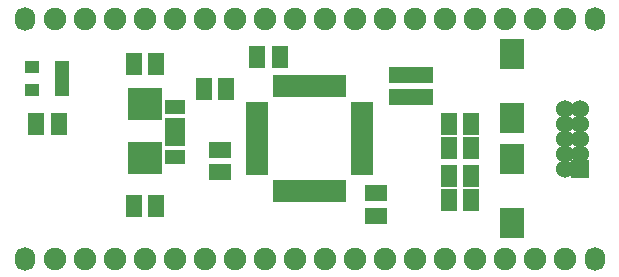
<source format=gts>
G04 (created by PCBNEW-RS274X (2012-01-19 BZR 3256)-stable) date 24/08/2012 17:37:12*
G01*
G70*
G90*
%MOIN*%
G04 Gerber Fmt 3.4, Leading zero omitted, Abs format*
%FSLAX34Y34*%
G04 APERTURE LIST*
%ADD10C,0.006000*%
%ADD11R,0.114500X0.106600*%
%ADD12R,0.083000X0.098700*%
%ADD13R,0.050000X0.040000*%
%ADD14R,0.055000X0.075000*%
%ADD15R,0.075000X0.055000*%
%ADD16R,0.065000X0.045000*%
%ADD17C,0.075000*%
%ADD18O,0.067200X0.079100*%
%ADD19R,0.075000X0.030500*%
%ADD20R,0.030500X0.075000*%
%ADD21R,0.060000X0.060000*%
%ADD22C,0.060000*%
G04 APERTURE END LIST*
G54D10*
G54D11*
X04343Y05656D03*
X04343Y03844D03*
G54D12*
X16593Y05187D03*
X16593Y07313D03*
X16593Y03813D03*
X16593Y01687D03*
G54D13*
X01593Y06125D03*
X01593Y06875D03*
X00593Y06125D03*
X01593Y06500D03*
X00593Y06875D03*
G54D14*
X00718Y05000D03*
X01468Y05000D03*
G54D15*
X12843Y06625D03*
X12843Y05875D03*
X13583Y06625D03*
X13583Y05875D03*
X12043Y02675D03*
X12043Y01925D03*
X06843Y03375D03*
X06843Y04125D03*
G54D14*
X07058Y06140D03*
X06308Y06140D03*
X08098Y07210D03*
X08848Y07210D03*
X14468Y03250D03*
X15218Y03250D03*
X15218Y02450D03*
X14468Y02450D03*
X04718Y07000D03*
X03968Y07000D03*
X04718Y02250D03*
X03968Y02250D03*
G54D16*
X05343Y04950D03*
X05343Y05550D03*
X05343Y04500D03*
X05343Y03900D03*
G54D17*
X04343Y00500D03*
X09343Y08500D03*
X08343Y08500D03*
X06343Y08500D03*
X05343Y08500D03*
X12343Y00500D03*
X13343Y00500D03*
X14343Y00500D03*
X15343Y00500D03*
X16343Y00500D03*
X17343Y00500D03*
X10343Y08500D03*
X03343Y00500D03*
X02343Y00500D03*
X01343Y00500D03*
X02343Y08500D03*
X03343Y08500D03*
G54D18*
X00343Y00500D03*
G54D17*
X13343Y08500D03*
X06343Y00500D03*
X07343Y00500D03*
X08343Y00500D03*
X18343Y00500D03*
G54D18*
X19343Y08500D03*
G54D17*
X18343Y08500D03*
X17343Y08500D03*
X16343Y08500D03*
X15343Y08500D03*
X14343Y08500D03*
X05343Y00500D03*
G54D18*
X19343Y00500D03*
X00343Y08500D03*
G54D17*
X04343Y08500D03*
X07343Y08500D03*
X09343Y00500D03*
X10343Y00500D03*
X11343Y00500D03*
X12343Y08500D03*
X11343Y08500D03*
G54D19*
X08093Y05584D03*
G54D20*
X08759Y02750D03*
G54D19*
X11593Y03416D03*
G54D20*
X10927Y06250D03*
G54D19*
X08093Y05387D03*
G54D20*
X08956Y02750D03*
G54D19*
X11593Y03613D03*
G54D20*
X10730Y06250D03*
G54D19*
X08093Y05190D03*
G54D20*
X09153Y02750D03*
G54D19*
X11593Y03810D03*
G54D20*
X10533Y06250D03*
G54D19*
X08093Y04993D03*
G54D20*
X09350Y02750D03*
G54D19*
X11593Y04007D03*
G54D20*
X10336Y06250D03*
G54D19*
X08093Y04796D03*
G54D20*
X09547Y02750D03*
G54D19*
X11593Y04204D03*
G54D20*
X10139Y06250D03*
G54D19*
X08093Y04599D03*
G54D20*
X09744Y02750D03*
G54D19*
X11593Y04401D03*
G54D20*
X09942Y06250D03*
G54D19*
X08093Y04402D03*
G54D20*
X09941Y02750D03*
G54D19*
X11593Y04598D03*
G54D20*
X09745Y06250D03*
G54D19*
X08093Y04205D03*
G54D20*
X10138Y02750D03*
G54D19*
X11593Y04795D03*
G54D20*
X09548Y06250D03*
G54D19*
X08093Y04008D03*
G54D20*
X10335Y02750D03*
G54D19*
X11593Y04992D03*
G54D20*
X09351Y06250D03*
G54D19*
X08093Y03811D03*
G54D20*
X10532Y02750D03*
G54D19*
X11593Y05189D03*
G54D20*
X09154Y06250D03*
G54D19*
X08093Y03614D03*
G54D20*
X10729Y02750D03*
G54D19*
X11593Y05386D03*
G54D20*
X08957Y06250D03*
G54D19*
X08093Y03417D03*
G54D20*
X10926Y02750D03*
G54D19*
X11593Y05583D03*
G54D20*
X08760Y06250D03*
G54D14*
X15218Y05000D03*
X14468Y05000D03*
X14468Y04200D03*
X15218Y04200D03*
G54D17*
X01343Y08500D03*
G54D21*
X18843Y03500D03*
G54D22*
X18343Y03500D03*
X18843Y04000D03*
X18343Y04000D03*
X18843Y04500D03*
X18343Y04500D03*
X18843Y05000D03*
X18343Y05000D03*
X18843Y05500D03*
X18343Y05500D03*
M02*

</source>
